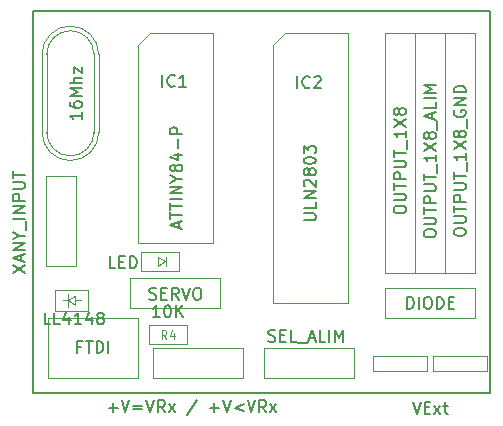
<source format=gbr>
G04 #@! TF.GenerationSoftware,KiCad,Pcbnew,(5.0.2)-1*
G04 #@! TF.CreationDate,2018-12-20T14:21:34+01:00*
G04 #@! TF.ProjectId,MutltiSwitch_Sw8,4d75746c-7469-4537-9769-7463685f5377,0.1*
G04 #@! TF.SameCoordinates,Original*
G04 #@! TF.FileFunction,Other,Fab,Top*
%FSLAX46Y46*%
G04 Gerber Fmt 4.6, Leading zero omitted, Abs format (unit mm)*
G04 Created by KiCad (PCBNEW (5.0.2)-1) date 20/12/2018 14:21:34*
%MOMM*%
%LPD*%
G01*
G04 APERTURE LIST*
%ADD10C,0.200000*%
%ADD11C,0.100000*%
%ADD12C,0.150000*%
%ADD13C,0.105000*%
G04 APERTURE END LIST*
D10*
X133350000Y-88265000D02*
X133350000Y-120650000D01*
X172085000Y-88265000D02*
X172085000Y-120650000D01*
X172085000Y-120650000D02*
X133350000Y-120650000D01*
X172085000Y-88265000D02*
X133350000Y-88265000D01*
D11*
G04 #@! TO.C,P10*
X168275000Y-108585000D02*
X168275000Y-110490000D01*
X168275000Y-110490000D02*
X170815000Y-110490000D01*
X170815000Y-110490000D02*
X170815000Y-108585000D01*
X170815000Y-90170000D02*
X170815000Y-108585000D01*
X168275000Y-108585000D02*
X168275000Y-90170000D01*
X170815000Y-90170000D02*
X168275000Y-90170000D01*
G04 #@! TO.C,P7*
X165735000Y-108585000D02*
X165735000Y-110490000D01*
X165735000Y-110490000D02*
X168275000Y-110490000D01*
X168275000Y-110490000D02*
X168275000Y-108585000D01*
X168275000Y-90170000D02*
X168275000Y-108585000D01*
X165735000Y-108585000D02*
X165735000Y-90170000D01*
X168275000Y-90170000D02*
X165735000Y-90170000D01*
G04 #@! TO.C,IC1*
X143240000Y-90170000D02*
X148590000Y-90170000D01*
X148590000Y-90170000D02*
X148590000Y-107950000D01*
X148590000Y-107950000D02*
X142240000Y-107950000D01*
X142240000Y-107950000D02*
X142240000Y-91170000D01*
X142240000Y-91170000D02*
X143240000Y-90170000D01*
G04 #@! TO.C,P6*
X166751000Y-118745000D02*
X166751000Y-117475000D01*
X166751000Y-117475000D02*
X162179000Y-117475000D01*
X162179000Y-117475000D02*
X162179000Y-118745000D01*
X162179000Y-118745000D02*
X166751000Y-118745000D01*
X171831000Y-118745000D02*
X171831000Y-117475000D01*
X171831000Y-117475000D02*
X167259000Y-117475000D01*
X167259000Y-117475000D02*
X167259000Y-118745000D01*
X167259000Y-118745000D02*
X171831000Y-118745000D01*
G04 #@! TO.C,P5*
X163195000Y-108585000D02*
X163195000Y-110490000D01*
X163195000Y-110490000D02*
X165735000Y-110490000D01*
X165735000Y-110490000D02*
X165735000Y-108585000D01*
X165735000Y-90170000D02*
X165735000Y-108585000D01*
X163195000Y-108585000D02*
X163195000Y-90170000D01*
X165735000Y-90170000D02*
X163195000Y-90170000D01*
G04 #@! TO.C,X1*
X134525000Y-98550000D02*
G75*
G03X136525000Y-100550000I2000000J0D01*
G01*
X136525000Y-100550000D02*
G75*
G03X138525000Y-98550000I0J2000000D01*
G01*
X136525000Y-89950000D02*
G75*
G03X134525000Y-91950000I0J-2000000D01*
G01*
X138525000Y-91950000D02*
G75*
G03X136525000Y-89950000I-2000000J0D01*
G01*
X138525000Y-98650000D02*
X138525000Y-91850000D01*
X134525000Y-98650000D02*
X134525000Y-91850000D01*
X134125000Y-91950000D02*
X134125000Y-98550000D01*
X138925000Y-98550000D02*
X138925000Y-91950000D01*
X134125000Y-98550000D02*
G75*
G03X136525000Y-100950000I2400000J0D01*
G01*
X136525000Y-100950000D02*
G75*
G03X138925000Y-98550000I0J2400000D01*
G01*
X136525000Y-89550000D02*
G75*
G03X134125000Y-91950000I0J-2400000D01*
G01*
X138925000Y-91950000D02*
G75*
G03X136525000Y-89550000I-2400000J0D01*
G01*
G04 #@! TO.C,D1*
X144595000Y-109874000D02*
X144595000Y-109074000D01*
X144545000Y-109474000D02*
X143945000Y-109874000D01*
X143945000Y-109074000D02*
X144545000Y-109474000D01*
X143945000Y-109874000D02*
X143945000Y-109074000D01*
X142545000Y-108674000D02*
X145745000Y-108674000D01*
X142545000Y-110274000D02*
X142545000Y-108674000D01*
X145745000Y-110274000D02*
X142545000Y-110274000D01*
X145745000Y-108674000D02*
X145745000Y-110274000D01*
G04 #@! TO.C,IC2*
X154670000Y-90170000D02*
X160020000Y-90170000D01*
X160020000Y-90170000D02*
X160020000Y-113030000D01*
X160020000Y-113030000D02*
X153670000Y-113030000D01*
X153670000Y-113030000D02*
X153670000Y-91170000D01*
X153670000Y-91170000D02*
X154670000Y-90170000D01*
G04 #@! TO.C,P1*
X143510000Y-119380000D02*
X151130000Y-119380000D01*
X151130000Y-119380000D02*
X151130000Y-116840000D01*
X151130000Y-116840000D02*
X143510000Y-116840000D01*
X143510000Y-116840000D02*
X143510000Y-119380000D01*
G04 #@! TO.C,P2*
X134493000Y-102235000D02*
X134493000Y-109855000D01*
X134493000Y-109855000D02*
X137033000Y-109855000D01*
X137033000Y-109855000D02*
X137033000Y-102235000D01*
X137033000Y-102235000D02*
X134493000Y-102235000D01*
G04 #@! TO.C,P3*
X141605000Y-113411000D02*
X149225000Y-113411000D01*
X149225000Y-113411000D02*
X149225000Y-110871000D01*
X149225000Y-110871000D02*
X141605000Y-110871000D01*
X141605000Y-110871000D02*
X141605000Y-113411000D01*
G04 #@! TO.C,P4*
X163195000Y-114300000D02*
X170815000Y-114300000D01*
X170815000Y-114300000D02*
X170815000Y-111760000D01*
X170815000Y-111760000D02*
X163195000Y-111760000D01*
X163195000Y-111760000D02*
X163195000Y-114300000D01*
G04 #@! TO.C,D3*
X136902000Y-112776000D02*
X137402000Y-112776000D01*
X136902000Y-113176000D02*
X136302000Y-112776000D01*
X136902000Y-112376000D02*
X136902000Y-113176000D01*
X136302000Y-112776000D02*
X136902000Y-112376000D01*
X136302000Y-112776000D02*
X136302000Y-113326000D01*
X136302000Y-112776000D02*
X136302000Y-112226000D01*
X135902000Y-112776000D02*
X136302000Y-112776000D01*
X135252000Y-113676000D02*
X135252000Y-111876000D01*
X138052000Y-113676000D02*
X135252000Y-113676000D01*
X138052000Y-111876000D02*
X138052000Y-113676000D01*
X135252000Y-111876000D02*
X138052000Y-111876000D01*
G04 #@! TO.C,P8*
X152908000Y-119380000D02*
X160528000Y-119380000D01*
X160528000Y-119380000D02*
X160528000Y-116840000D01*
X160528000Y-116840000D02*
X152908000Y-116840000D01*
X152908000Y-116840000D02*
X152908000Y-119380000D01*
G04 #@! TO.C,R4*
X146380000Y-114897000D02*
X146380000Y-116497000D01*
X143180000Y-114897000D02*
X146380000Y-114897000D01*
X143180000Y-116497000D02*
X143180000Y-114897000D01*
X146380000Y-116497000D02*
X143180000Y-116497000D01*
G04 #@! TO.C,P9*
X134620000Y-119380000D02*
X142240000Y-119380000D01*
X142240000Y-119380000D02*
X142240000Y-114300000D01*
X142240000Y-114300000D02*
X134620000Y-114300000D01*
X134620000Y-114300000D02*
X134620000Y-119380000D01*
G04 #@! TD*
G04 #@! TO.C,P10*
D12*
X168997380Y-107084047D02*
X168997380Y-106893571D01*
X169045000Y-106798333D01*
X169140238Y-106703095D01*
X169330714Y-106655476D01*
X169664047Y-106655476D01*
X169854523Y-106703095D01*
X169949761Y-106798333D01*
X169997380Y-106893571D01*
X169997380Y-107084047D01*
X169949761Y-107179285D01*
X169854523Y-107274523D01*
X169664047Y-107322142D01*
X169330714Y-107322142D01*
X169140238Y-107274523D01*
X169045000Y-107179285D01*
X168997380Y-107084047D01*
X168997380Y-106226904D02*
X169806904Y-106226904D01*
X169902142Y-106179285D01*
X169949761Y-106131666D01*
X169997380Y-106036428D01*
X169997380Y-105845952D01*
X169949761Y-105750714D01*
X169902142Y-105703095D01*
X169806904Y-105655476D01*
X168997380Y-105655476D01*
X168997380Y-105322142D02*
X168997380Y-104750714D01*
X169997380Y-105036428D02*
X168997380Y-105036428D01*
X169997380Y-104417380D02*
X168997380Y-104417380D01*
X168997380Y-104036428D01*
X169045000Y-103941190D01*
X169092619Y-103893571D01*
X169187857Y-103845952D01*
X169330714Y-103845952D01*
X169425952Y-103893571D01*
X169473571Y-103941190D01*
X169521190Y-104036428D01*
X169521190Y-104417380D01*
X168997380Y-103417380D02*
X169806904Y-103417380D01*
X169902142Y-103369761D01*
X169949761Y-103322142D01*
X169997380Y-103226904D01*
X169997380Y-103036428D01*
X169949761Y-102941190D01*
X169902142Y-102893571D01*
X169806904Y-102845952D01*
X168997380Y-102845952D01*
X168997380Y-102512619D02*
X168997380Y-101941190D01*
X169997380Y-102226904D02*
X168997380Y-102226904D01*
X170092619Y-101845952D02*
X170092619Y-101084047D01*
X169997380Y-100322142D02*
X169997380Y-100893571D01*
X169997380Y-100607857D02*
X168997380Y-100607857D01*
X169140238Y-100703095D01*
X169235476Y-100798333D01*
X169283095Y-100893571D01*
X168997380Y-99988809D02*
X169997380Y-99322142D01*
X168997380Y-99322142D02*
X169997380Y-99988809D01*
X169425952Y-98798333D02*
X169378333Y-98893571D01*
X169330714Y-98941190D01*
X169235476Y-98988809D01*
X169187857Y-98988809D01*
X169092619Y-98941190D01*
X169045000Y-98893571D01*
X168997380Y-98798333D01*
X168997380Y-98607857D01*
X169045000Y-98512619D01*
X169092619Y-98465000D01*
X169187857Y-98417380D01*
X169235476Y-98417380D01*
X169330714Y-98465000D01*
X169378333Y-98512619D01*
X169425952Y-98607857D01*
X169425952Y-98798333D01*
X169473571Y-98893571D01*
X169521190Y-98941190D01*
X169616428Y-98988809D01*
X169806904Y-98988809D01*
X169902142Y-98941190D01*
X169949761Y-98893571D01*
X169997380Y-98798333D01*
X169997380Y-98607857D01*
X169949761Y-98512619D01*
X169902142Y-98465000D01*
X169806904Y-98417380D01*
X169616428Y-98417380D01*
X169521190Y-98465000D01*
X169473571Y-98512619D01*
X169425952Y-98607857D01*
X170092619Y-98226904D02*
X170092619Y-97465000D01*
X169045000Y-96703095D02*
X168997380Y-96798333D01*
X168997380Y-96941190D01*
X169045000Y-97084047D01*
X169140238Y-97179285D01*
X169235476Y-97226904D01*
X169425952Y-97274523D01*
X169568809Y-97274523D01*
X169759285Y-97226904D01*
X169854523Y-97179285D01*
X169949761Y-97084047D01*
X169997380Y-96941190D01*
X169997380Y-96845952D01*
X169949761Y-96703095D01*
X169902142Y-96655476D01*
X169568809Y-96655476D01*
X169568809Y-96845952D01*
X169997380Y-96226904D02*
X168997380Y-96226904D01*
X169997380Y-95655476D01*
X168997380Y-95655476D01*
X169997380Y-95179285D02*
X168997380Y-95179285D01*
X168997380Y-94941190D01*
X169045000Y-94798333D01*
X169140238Y-94703095D01*
X169235476Y-94655476D01*
X169425952Y-94607857D01*
X169568809Y-94607857D01*
X169759285Y-94655476D01*
X169854523Y-94703095D01*
X169949761Y-94798333D01*
X169997380Y-94941190D01*
X169997380Y-95179285D01*
G04 #@! TO.C,P7*
X166457380Y-107203095D02*
X166457380Y-107012619D01*
X166505000Y-106917380D01*
X166600238Y-106822142D01*
X166790714Y-106774523D01*
X167124047Y-106774523D01*
X167314523Y-106822142D01*
X167409761Y-106917380D01*
X167457380Y-107012619D01*
X167457380Y-107203095D01*
X167409761Y-107298333D01*
X167314523Y-107393571D01*
X167124047Y-107441190D01*
X166790714Y-107441190D01*
X166600238Y-107393571D01*
X166505000Y-107298333D01*
X166457380Y-107203095D01*
X166457380Y-106345952D02*
X167266904Y-106345952D01*
X167362142Y-106298333D01*
X167409761Y-106250714D01*
X167457380Y-106155476D01*
X167457380Y-105965000D01*
X167409761Y-105869761D01*
X167362142Y-105822142D01*
X167266904Y-105774523D01*
X166457380Y-105774523D01*
X166457380Y-105441190D02*
X166457380Y-104869761D01*
X167457380Y-105155476D02*
X166457380Y-105155476D01*
X167457380Y-104536428D02*
X166457380Y-104536428D01*
X166457380Y-104155476D01*
X166505000Y-104060238D01*
X166552619Y-104012619D01*
X166647857Y-103965000D01*
X166790714Y-103965000D01*
X166885952Y-104012619D01*
X166933571Y-104060238D01*
X166981190Y-104155476D01*
X166981190Y-104536428D01*
X166457380Y-103536428D02*
X167266904Y-103536428D01*
X167362142Y-103488809D01*
X167409761Y-103441190D01*
X167457380Y-103345952D01*
X167457380Y-103155476D01*
X167409761Y-103060238D01*
X167362142Y-103012619D01*
X167266904Y-102965000D01*
X166457380Y-102965000D01*
X166457380Y-102631666D02*
X166457380Y-102060238D01*
X167457380Y-102345952D02*
X166457380Y-102345952D01*
X167552619Y-101965000D02*
X167552619Y-101203095D01*
X167457380Y-100441190D02*
X167457380Y-101012619D01*
X167457380Y-100726904D02*
X166457380Y-100726904D01*
X166600238Y-100822142D01*
X166695476Y-100917380D01*
X166743095Y-101012619D01*
X166457380Y-100107857D02*
X167457380Y-99441190D01*
X166457380Y-99441190D02*
X167457380Y-100107857D01*
X166885952Y-98917380D02*
X166838333Y-99012619D01*
X166790714Y-99060238D01*
X166695476Y-99107857D01*
X166647857Y-99107857D01*
X166552619Y-99060238D01*
X166505000Y-99012619D01*
X166457380Y-98917380D01*
X166457380Y-98726904D01*
X166505000Y-98631666D01*
X166552619Y-98584047D01*
X166647857Y-98536428D01*
X166695476Y-98536428D01*
X166790714Y-98584047D01*
X166838333Y-98631666D01*
X166885952Y-98726904D01*
X166885952Y-98917380D01*
X166933571Y-99012619D01*
X166981190Y-99060238D01*
X167076428Y-99107857D01*
X167266904Y-99107857D01*
X167362142Y-99060238D01*
X167409761Y-99012619D01*
X167457380Y-98917380D01*
X167457380Y-98726904D01*
X167409761Y-98631666D01*
X167362142Y-98584047D01*
X167266904Y-98536428D01*
X167076428Y-98536428D01*
X166981190Y-98584047D01*
X166933571Y-98631666D01*
X166885952Y-98726904D01*
X167552619Y-98345952D02*
X167552619Y-97584047D01*
X167171666Y-97393571D02*
X167171666Y-96917380D01*
X167457380Y-97488809D02*
X166457380Y-97155476D01*
X167457380Y-96822142D01*
X167457380Y-96012619D02*
X167457380Y-96488809D01*
X166457380Y-96488809D01*
X167457380Y-95679285D02*
X166457380Y-95679285D01*
X167457380Y-95203095D02*
X166457380Y-95203095D01*
X167171666Y-94869761D01*
X166457380Y-94536428D01*
X167457380Y-94536428D01*
G04 #@! TO.C,IC1*
X145708666Y-106623904D02*
X145708666Y-106147714D01*
X145994380Y-106719142D02*
X144994380Y-106385809D01*
X145994380Y-106052476D01*
X144994380Y-105862000D02*
X144994380Y-105290571D01*
X145994380Y-105576285D02*
X144994380Y-105576285D01*
X144994380Y-105100095D02*
X144994380Y-104528666D01*
X145994380Y-104814380D02*
X144994380Y-104814380D01*
X145994380Y-104195333D02*
X144994380Y-104195333D01*
X145994380Y-103719142D02*
X144994380Y-103719142D01*
X145994380Y-103147714D01*
X144994380Y-103147714D01*
X145518190Y-102481047D02*
X145994380Y-102481047D01*
X144994380Y-102814380D02*
X145518190Y-102481047D01*
X144994380Y-102147714D01*
X145422952Y-101671523D02*
X145375333Y-101766761D01*
X145327714Y-101814380D01*
X145232476Y-101862000D01*
X145184857Y-101862000D01*
X145089619Y-101814380D01*
X145042000Y-101766761D01*
X144994380Y-101671523D01*
X144994380Y-101481047D01*
X145042000Y-101385809D01*
X145089619Y-101338190D01*
X145184857Y-101290571D01*
X145232476Y-101290571D01*
X145327714Y-101338190D01*
X145375333Y-101385809D01*
X145422952Y-101481047D01*
X145422952Y-101671523D01*
X145470571Y-101766761D01*
X145518190Y-101814380D01*
X145613428Y-101862000D01*
X145803904Y-101862000D01*
X145899142Y-101814380D01*
X145946761Y-101766761D01*
X145994380Y-101671523D01*
X145994380Y-101481047D01*
X145946761Y-101385809D01*
X145899142Y-101338190D01*
X145803904Y-101290571D01*
X145613428Y-101290571D01*
X145518190Y-101338190D01*
X145470571Y-101385809D01*
X145422952Y-101481047D01*
X145327714Y-100433428D02*
X145994380Y-100433428D01*
X144946761Y-100671523D02*
X145661047Y-100909619D01*
X145661047Y-100290571D01*
X145613428Y-99909619D02*
X145613428Y-99147714D01*
X145994380Y-98671523D02*
X144994380Y-98671523D01*
X144994380Y-98290571D01*
X145042000Y-98195333D01*
X145089619Y-98147714D01*
X145184857Y-98100095D01*
X145327714Y-98100095D01*
X145422952Y-98147714D01*
X145470571Y-98195333D01*
X145518190Y-98290571D01*
X145518190Y-98671523D01*
X144311809Y-94686380D02*
X144311809Y-93686380D01*
X145359428Y-94591142D02*
X145311809Y-94638761D01*
X145168952Y-94686380D01*
X145073714Y-94686380D01*
X144930857Y-94638761D01*
X144835619Y-94543523D01*
X144788000Y-94448285D01*
X144740380Y-94257809D01*
X144740380Y-94114952D01*
X144788000Y-93924476D01*
X144835619Y-93829238D01*
X144930857Y-93734000D01*
X145073714Y-93686380D01*
X145168952Y-93686380D01*
X145311809Y-93734000D01*
X145359428Y-93781619D01*
X146311809Y-94686380D02*
X145740380Y-94686380D01*
X146026095Y-94686380D02*
X146026095Y-93686380D01*
X145930857Y-93829238D01*
X145835619Y-93924476D01*
X145740380Y-93972095D01*
G04 #@! TO.C,P6*
X165528809Y-121372380D02*
X165862142Y-122372380D01*
X166195476Y-121372380D01*
X166528809Y-121848571D02*
X166862142Y-121848571D01*
X167005000Y-122372380D02*
X166528809Y-122372380D01*
X166528809Y-121372380D01*
X167005000Y-121372380D01*
X167338333Y-122372380D02*
X167862142Y-121705714D01*
X167338333Y-121705714D02*
X167862142Y-122372380D01*
X168100238Y-121705714D02*
X168481190Y-121705714D01*
X168243095Y-121372380D02*
X168243095Y-122229523D01*
X168290714Y-122324761D01*
X168385952Y-122372380D01*
X168481190Y-122372380D01*
G04 #@! TO.C,P5*
X163917380Y-105179285D02*
X163917380Y-104988809D01*
X163965000Y-104893571D01*
X164060238Y-104798333D01*
X164250714Y-104750714D01*
X164584047Y-104750714D01*
X164774523Y-104798333D01*
X164869761Y-104893571D01*
X164917380Y-104988809D01*
X164917380Y-105179285D01*
X164869761Y-105274523D01*
X164774523Y-105369761D01*
X164584047Y-105417380D01*
X164250714Y-105417380D01*
X164060238Y-105369761D01*
X163965000Y-105274523D01*
X163917380Y-105179285D01*
X163917380Y-104322142D02*
X164726904Y-104322142D01*
X164822142Y-104274523D01*
X164869761Y-104226904D01*
X164917380Y-104131666D01*
X164917380Y-103941190D01*
X164869761Y-103845952D01*
X164822142Y-103798333D01*
X164726904Y-103750714D01*
X163917380Y-103750714D01*
X163917380Y-103417380D02*
X163917380Y-102845952D01*
X164917380Y-103131666D02*
X163917380Y-103131666D01*
X164917380Y-102512619D02*
X163917380Y-102512619D01*
X163917380Y-102131666D01*
X163965000Y-102036428D01*
X164012619Y-101988809D01*
X164107857Y-101941190D01*
X164250714Y-101941190D01*
X164345952Y-101988809D01*
X164393571Y-102036428D01*
X164441190Y-102131666D01*
X164441190Y-102512619D01*
X163917380Y-101512619D02*
X164726904Y-101512619D01*
X164822142Y-101465000D01*
X164869761Y-101417380D01*
X164917380Y-101322142D01*
X164917380Y-101131666D01*
X164869761Y-101036428D01*
X164822142Y-100988809D01*
X164726904Y-100941190D01*
X163917380Y-100941190D01*
X163917380Y-100607857D02*
X163917380Y-100036428D01*
X164917380Y-100322142D02*
X163917380Y-100322142D01*
X165012619Y-99941190D02*
X165012619Y-99179285D01*
X164917380Y-98417380D02*
X164917380Y-98988809D01*
X164917380Y-98703095D02*
X163917380Y-98703095D01*
X164060238Y-98798333D01*
X164155476Y-98893571D01*
X164203095Y-98988809D01*
X163917380Y-98084047D02*
X164917380Y-97417380D01*
X163917380Y-97417380D02*
X164917380Y-98084047D01*
X164345952Y-96893571D02*
X164298333Y-96988809D01*
X164250714Y-97036428D01*
X164155476Y-97084047D01*
X164107857Y-97084047D01*
X164012619Y-97036428D01*
X163965000Y-96988809D01*
X163917380Y-96893571D01*
X163917380Y-96703095D01*
X163965000Y-96607857D01*
X164012619Y-96560238D01*
X164107857Y-96512619D01*
X164155476Y-96512619D01*
X164250714Y-96560238D01*
X164298333Y-96607857D01*
X164345952Y-96703095D01*
X164345952Y-96893571D01*
X164393571Y-96988809D01*
X164441190Y-97036428D01*
X164536428Y-97084047D01*
X164726904Y-97084047D01*
X164822142Y-97036428D01*
X164869761Y-96988809D01*
X164917380Y-96893571D01*
X164917380Y-96703095D01*
X164869761Y-96607857D01*
X164822142Y-96560238D01*
X164726904Y-96512619D01*
X164536428Y-96512619D01*
X164441190Y-96560238D01*
X164393571Y-96607857D01*
X164345952Y-96703095D01*
G04 #@! TO.C,X1*
X137477380Y-96869047D02*
X137477380Y-97440476D01*
X137477380Y-97154761D02*
X136477380Y-97154761D01*
X136620238Y-97250000D01*
X136715476Y-97345238D01*
X136763095Y-97440476D01*
X136477380Y-96011904D02*
X136477380Y-96202380D01*
X136525000Y-96297619D01*
X136572619Y-96345238D01*
X136715476Y-96440476D01*
X136905952Y-96488095D01*
X137286904Y-96488095D01*
X137382142Y-96440476D01*
X137429761Y-96392857D01*
X137477380Y-96297619D01*
X137477380Y-96107142D01*
X137429761Y-96011904D01*
X137382142Y-95964285D01*
X137286904Y-95916666D01*
X137048809Y-95916666D01*
X136953571Y-95964285D01*
X136905952Y-96011904D01*
X136858333Y-96107142D01*
X136858333Y-96297619D01*
X136905952Y-96392857D01*
X136953571Y-96440476D01*
X137048809Y-96488095D01*
X137477380Y-95488095D02*
X136477380Y-95488095D01*
X137191666Y-95154761D01*
X136477380Y-94821428D01*
X137477380Y-94821428D01*
X137477380Y-94345238D02*
X136477380Y-94345238D01*
X137477380Y-93916666D02*
X136953571Y-93916666D01*
X136858333Y-93964285D01*
X136810714Y-94059523D01*
X136810714Y-94202380D01*
X136858333Y-94297619D01*
X136905952Y-94345238D01*
X136810714Y-93535714D02*
X136810714Y-93011904D01*
X137477380Y-93535714D01*
X137477380Y-93011904D01*
G04 #@! TO.C,D1*
X140327142Y-110053380D02*
X139850952Y-110053380D01*
X139850952Y-109053380D01*
X140660476Y-109529571D02*
X140993809Y-109529571D01*
X141136666Y-110053380D02*
X140660476Y-110053380D01*
X140660476Y-109053380D01*
X141136666Y-109053380D01*
X141565238Y-110053380D02*
X141565238Y-109053380D01*
X141803333Y-109053380D01*
X141946190Y-109101000D01*
X142041428Y-109196238D01*
X142089047Y-109291476D01*
X142136666Y-109481952D01*
X142136666Y-109624809D01*
X142089047Y-109815285D01*
X142041428Y-109910523D01*
X141946190Y-110005761D01*
X141803333Y-110053380D01*
X141565238Y-110053380D01*
G04 #@! TO.C,IC2*
X156297380Y-105989047D02*
X157106904Y-105989047D01*
X157202142Y-105941428D01*
X157249761Y-105893809D01*
X157297380Y-105798571D01*
X157297380Y-105608095D01*
X157249761Y-105512857D01*
X157202142Y-105465238D01*
X157106904Y-105417619D01*
X156297380Y-105417619D01*
X157297380Y-104465238D02*
X157297380Y-104941428D01*
X156297380Y-104941428D01*
X157297380Y-104131904D02*
X156297380Y-104131904D01*
X157297380Y-103560476D01*
X156297380Y-103560476D01*
X156392619Y-103131904D02*
X156345000Y-103084285D01*
X156297380Y-102989047D01*
X156297380Y-102750952D01*
X156345000Y-102655714D01*
X156392619Y-102608095D01*
X156487857Y-102560476D01*
X156583095Y-102560476D01*
X156725952Y-102608095D01*
X157297380Y-103179523D01*
X157297380Y-102560476D01*
X156725952Y-101989047D02*
X156678333Y-102084285D01*
X156630714Y-102131904D01*
X156535476Y-102179523D01*
X156487857Y-102179523D01*
X156392619Y-102131904D01*
X156345000Y-102084285D01*
X156297380Y-101989047D01*
X156297380Y-101798571D01*
X156345000Y-101703333D01*
X156392619Y-101655714D01*
X156487857Y-101608095D01*
X156535476Y-101608095D01*
X156630714Y-101655714D01*
X156678333Y-101703333D01*
X156725952Y-101798571D01*
X156725952Y-101989047D01*
X156773571Y-102084285D01*
X156821190Y-102131904D01*
X156916428Y-102179523D01*
X157106904Y-102179523D01*
X157202142Y-102131904D01*
X157249761Y-102084285D01*
X157297380Y-101989047D01*
X157297380Y-101798571D01*
X157249761Y-101703333D01*
X157202142Y-101655714D01*
X157106904Y-101608095D01*
X156916428Y-101608095D01*
X156821190Y-101655714D01*
X156773571Y-101703333D01*
X156725952Y-101798571D01*
X156297380Y-100989047D02*
X156297380Y-100893809D01*
X156345000Y-100798571D01*
X156392619Y-100750952D01*
X156487857Y-100703333D01*
X156678333Y-100655714D01*
X156916428Y-100655714D01*
X157106904Y-100703333D01*
X157202142Y-100750952D01*
X157249761Y-100798571D01*
X157297380Y-100893809D01*
X157297380Y-100989047D01*
X157249761Y-101084285D01*
X157202142Y-101131904D01*
X157106904Y-101179523D01*
X156916428Y-101227142D01*
X156678333Y-101227142D01*
X156487857Y-101179523D01*
X156392619Y-101131904D01*
X156345000Y-101084285D01*
X156297380Y-100989047D01*
X156297380Y-100322380D02*
X156297380Y-99703333D01*
X156678333Y-100036666D01*
X156678333Y-99893809D01*
X156725952Y-99798571D01*
X156773571Y-99750952D01*
X156868809Y-99703333D01*
X157106904Y-99703333D01*
X157202142Y-99750952D01*
X157249761Y-99798571D01*
X157297380Y-99893809D01*
X157297380Y-100179523D01*
X157249761Y-100274761D01*
X157202142Y-100322380D01*
X155741809Y-94813380D02*
X155741809Y-93813380D01*
X156789428Y-94718142D02*
X156741809Y-94765761D01*
X156598952Y-94813380D01*
X156503714Y-94813380D01*
X156360857Y-94765761D01*
X156265619Y-94670523D01*
X156218000Y-94575285D01*
X156170380Y-94384809D01*
X156170380Y-94241952D01*
X156218000Y-94051476D01*
X156265619Y-93956238D01*
X156360857Y-93861000D01*
X156503714Y-93813380D01*
X156598952Y-93813380D01*
X156741809Y-93861000D01*
X156789428Y-93908619D01*
X157170380Y-93908619D02*
X157218000Y-93861000D01*
X157313238Y-93813380D01*
X157551333Y-93813380D01*
X157646571Y-93861000D01*
X157694190Y-93908619D01*
X157741809Y-94003857D01*
X157741809Y-94099095D01*
X157694190Y-94241952D01*
X157122761Y-94813380D01*
X157741809Y-94813380D01*
G04 #@! TO.C,P1*
X139764380Y-121864428D02*
X140526285Y-121864428D01*
X140145333Y-122245380D02*
X140145333Y-121483476D01*
X140859619Y-121245380D02*
X141192952Y-122245380D01*
X141526285Y-121245380D01*
X141859619Y-121721571D02*
X142621523Y-121721571D01*
X142621523Y-122007285D02*
X141859619Y-122007285D01*
X142954857Y-121245380D02*
X143288190Y-122245380D01*
X143621523Y-121245380D01*
X144526285Y-122245380D02*
X144192952Y-121769190D01*
X143954857Y-122245380D02*
X143954857Y-121245380D01*
X144335809Y-121245380D01*
X144431047Y-121293000D01*
X144478666Y-121340619D01*
X144526285Y-121435857D01*
X144526285Y-121578714D01*
X144478666Y-121673952D01*
X144431047Y-121721571D01*
X144335809Y-121769190D01*
X143954857Y-121769190D01*
X144859619Y-122245380D02*
X145383428Y-121578714D01*
X144859619Y-121578714D02*
X145383428Y-122245380D01*
X147240571Y-121197761D02*
X146383428Y-122483476D01*
X148335809Y-121864428D02*
X149097714Y-121864428D01*
X148716761Y-122245380D02*
X148716761Y-121483476D01*
X149431047Y-121245380D02*
X149764380Y-122245380D01*
X150097714Y-121245380D01*
X151192952Y-121578714D02*
X150431047Y-121864428D01*
X151192952Y-122150142D01*
X151526285Y-121245380D02*
X151859619Y-122245380D01*
X152192952Y-121245380D01*
X153097714Y-122245380D02*
X152764380Y-121769190D01*
X152526285Y-122245380D02*
X152526285Y-121245380D01*
X152907238Y-121245380D01*
X153002476Y-121293000D01*
X153050095Y-121340619D01*
X153097714Y-121435857D01*
X153097714Y-121578714D01*
X153050095Y-121673952D01*
X153002476Y-121721571D01*
X152907238Y-121769190D01*
X152526285Y-121769190D01*
X153431047Y-122245380D02*
X153954857Y-121578714D01*
X153431047Y-121578714D02*
X153954857Y-122245380D01*
G04 #@! TO.C,P2*
X131659380Y-110433904D02*
X132659380Y-109767238D01*
X131659380Y-109767238D02*
X132659380Y-110433904D01*
X132373666Y-109433904D02*
X132373666Y-108957714D01*
X132659380Y-109529142D02*
X131659380Y-109195809D01*
X132659380Y-108862476D01*
X132659380Y-108529142D02*
X131659380Y-108529142D01*
X132659380Y-107957714D01*
X131659380Y-107957714D01*
X132183190Y-107291047D02*
X132659380Y-107291047D01*
X131659380Y-107624380D02*
X132183190Y-107291047D01*
X131659380Y-106957714D01*
X132754619Y-106862476D02*
X132754619Y-106100571D01*
X132659380Y-105862476D02*
X131659380Y-105862476D01*
X132659380Y-105386285D02*
X131659380Y-105386285D01*
X132659380Y-104814857D01*
X131659380Y-104814857D01*
X132659380Y-104338666D02*
X131659380Y-104338666D01*
X131659380Y-103957714D01*
X131707000Y-103862476D01*
X131754619Y-103814857D01*
X131849857Y-103767238D01*
X131992714Y-103767238D01*
X132087952Y-103814857D01*
X132135571Y-103862476D01*
X132183190Y-103957714D01*
X132183190Y-104338666D01*
X131659380Y-103338666D02*
X132468904Y-103338666D01*
X132564142Y-103291047D01*
X132611761Y-103243428D01*
X132659380Y-103148190D01*
X132659380Y-102957714D01*
X132611761Y-102862476D01*
X132564142Y-102814857D01*
X132468904Y-102767238D01*
X131659380Y-102767238D01*
X131659380Y-102433904D02*
X131659380Y-101862476D01*
X132659380Y-102148190D02*
X131659380Y-102148190D01*
G04 #@! TO.C,P3*
X143224523Y-112672761D02*
X143367380Y-112720380D01*
X143605476Y-112720380D01*
X143700714Y-112672761D01*
X143748333Y-112625142D01*
X143795952Y-112529904D01*
X143795952Y-112434666D01*
X143748333Y-112339428D01*
X143700714Y-112291809D01*
X143605476Y-112244190D01*
X143415000Y-112196571D01*
X143319761Y-112148952D01*
X143272142Y-112101333D01*
X143224523Y-112006095D01*
X143224523Y-111910857D01*
X143272142Y-111815619D01*
X143319761Y-111768000D01*
X143415000Y-111720380D01*
X143653095Y-111720380D01*
X143795952Y-111768000D01*
X144224523Y-112196571D02*
X144557857Y-112196571D01*
X144700714Y-112720380D02*
X144224523Y-112720380D01*
X144224523Y-111720380D01*
X144700714Y-111720380D01*
X145700714Y-112720380D02*
X145367380Y-112244190D01*
X145129285Y-112720380D02*
X145129285Y-111720380D01*
X145510238Y-111720380D01*
X145605476Y-111768000D01*
X145653095Y-111815619D01*
X145700714Y-111910857D01*
X145700714Y-112053714D01*
X145653095Y-112148952D01*
X145605476Y-112196571D01*
X145510238Y-112244190D01*
X145129285Y-112244190D01*
X145986428Y-111720380D02*
X146319761Y-112720380D01*
X146653095Y-111720380D01*
X147176904Y-111720380D02*
X147367380Y-111720380D01*
X147462619Y-111768000D01*
X147557857Y-111863238D01*
X147605476Y-112053714D01*
X147605476Y-112387047D01*
X147557857Y-112577523D01*
X147462619Y-112672761D01*
X147367380Y-112720380D01*
X147176904Y-112720380D01*
X147081666Y-112672761D01*
X146986428Y-112577523D01*
X146938809Y-112387047D01*
X146938809Y-112053714D01*
X146986428Y-111863238D01*
X147081666Y-111768000D01*
X147176904Y-111720380D01*
G04 #@! TO.C,P4*
X165028809Y-113482380D02*
X165028809Y-112482380D01*
X165266904Y-112482380D01*
X165409761Y-112530000D01*
X165505000Y-112625238D01*
X165552619Y-112720476D01*
X165600238Y-112910952D01*
X165600238Y-113053809D01*
X165552619Y-113244285D01*
X165505000Y-113339523D01*
X165409761Y-113434761D01*
X165266904Y-113482380D01*
X165028809Y-113482380D01*
X166028809Y-113482380D02*
X166028809Y-112482380D01*
X166695476Y-112482380D02*
X166885952Y-112482380D01*
X166981190Y-112530000D01*
X167076428Y-112625238D01*
X167124047Y-112815714D01*
X167124047Y-113149047D01*
X167076428Y-113339523D01*
X166981190Y-113434761D01*
X166885952Y-113482380D01*
X166695476Y-113482380D01*
X166600238Y-113434761D01*
X166505000Y-113339523D01*
X166457380Y-113149047D01*
X166457380Y-112815714D01*
X166505000Y-112625238D01*
X166600238Y-112530000D01*
X166695476Y-112482380D01*
X167552619Y-113482380D02*
X167552619Y-112482380D01*
X167790714Y-112482380D01*
X167933571Y-112530000D01*
X168028809Y-112625238D01*
X168076428Y-112720476D01*
X168124047Y-112910952D01*
X168124047Y-113053809D01*
X168076428Y-113244285D01*
X168028809Y-113339523D01*
X167933571Y-113434761D01*
X167790714Y-113482380D01*
X167552619Y-113482380D01*
X168552619Y-112958571D02*
X168885952Y-112958571D01*
X169028809Y-113482380D02*
X168552619Y-113482380D01*
X168552619Y-112482380D01*
X169028809Y-112482380D01*
G04 #@! TO.C,D3*
X134841500Y-114815880D02*
X134365309Y-114815880D01*
X134365309Y-113815880D01*
X135651023Y-114815880D02*
X135174833Y-114815880D01*
X135174833Y-113815880D01*
X136412928Y-114149214D02*
X136412928Y-114815880D01*
X136174833Y-113768261D02*
X135936738Y-114482547D01*
X136555785Y-114482547D01*
X137460547Y-114815880D02*
X136889119Y-114815880D01*
X137174833Y-114815880D02*
X137174833Y-113815880D01*
X137079595Y-113958738D01*
X136984357Y-114053976D01*
X136889119Y-114101595D01*
X138317690Y-114149214D02*
X138317690Y-114815880D01*
X138079595Y-113768261D02*
X137841500Y-114482547D01*
X138460547Y-114482547D01*
X138984357Y-114244452D02*
X138889119Y-114196833D01*
X138841500Y-114149214D01*
X138793880Y-114053976D01*
X138793880Y-114006357D01*
X138841500Y-113911119D01*
X138889119Y-113863500D01*
X138984357Y-113815880D01*
X139174833Y-113815880D01*
X139270071Y-113863500D01*
X139317690Y-113911119D01*
X139365309Y-114006357D01*
X139365309Y-114053976D01*
X139317690Y-114149214D01*
X139270071Y-114196833D01*
X139174833Y-114244452D01*
X138984357Y-114244452D01*
X138889119Y-114292071D01*
X138841500Y-114339690D01*
X138793880Y-114434928D01*
X138793880Y-114625404D01*
X138841500Y-114720642D01*
X138889119Y-114768261D01*
X138984357Y-114815880D01*
X139174833Y-114815880D01*
X139270071Y-114768261D01*
X139317690Y-114720642D01*
X139365309Y-114625404D01*
X139365309Y-114434928D01*
X139317690Y-114339690D01*
X139270071Y-114292071D01*
X139174833Y-114244452D01*
G04 #@! TO.C,P8*
X153297333Y-116228761D02*
X153440190Y-116276380D01*
X153678285Y-116276380D01*
X153773523Y-116228761D01*
X153821142Y-116181142D01*
X153868761Y-116085904D01*
X153868761Y-115990666D01*
X153821142Y-115895428D01*
X153773523Y-115847809D01*
X153678285Y-115800190D01*
X153487809Y-115752571D01*
X153392571Y-115704952D01*
X153344952Y-115657333D01*
X153297333Y-115562095D01*
X153297333Y-115466857D01*
X153344952Y-115371619D01*
X153392571Y-115324000D01*
X153487809Y-115276380D01*
X153725904Y-115276380D01*
X153868761Y-115324000D01*
X154297333Y-115752571D02*
X154630666Y-115752571D01*
X154773523Y-116276380D02*
X154297333Y-116276380D01*
X154297333Y-115276380D01*
X154773523Y-115276380D01*
X155678285Y-116276380D02*
X155202095Y-116276380D01*
X155202095Y-115276380D01*
X155773523Y-116371619D02*
X156535428Y-116371619D01*
X156725904Y-115990666D02*
X157202095Y-115990666D01*
X156630666Y-116276380D02*
X156964000Y-115276380D01*
X157297333Y-116276380D01*
X158106857Y-116276380D02*
X157630666Y-116276380D01*
X157630666Y-115276380D01*
X158440190Y-116276380D02*
X158440190Y-115276380D01*
X158916380Y-116276380D02*
X158916380Y-115276380D01*
X159249714Y-115990666D01*
X159583047Y-115276380D01*
X159583047Y-116276380D01*
G04 #@! TO.C,R4*
X144089523Y-114199380D02*
X143518095Y-114199380D01*
X143803809Y-114199380D02*
X143803809Y-113199380D01*
X143708571Y-113342238D01*
X143613333Y-113437476D01*
X143518095Y-113485095D01*
X144708571Y-113199380D02*
X144803809Y-113199380D01*
X144899047Y-113247000D01*
X144946666Y-113294619D01*
X144994285Y-113389857D01*
X145041904Y-113580333D01*
X145041904Y-113818428D01*
X144994285Y-114008904D01*
X144946666Y-114104142D01*
X144899047Y-114151761D01*
X144803809Y-114199380D01*
X144708571Y-114199380D01*
X144613333Y-114151761D01*
X144565714Y-114104142D01*
X144518095Y-114008904D01*
X144470476Y-113818428D01*
X144470476Y-113580333D01*
X144518095Y-113389857D01*
X144565714Y-113294619D01*
X144613333Y-113247000D01*
X144708571Y-113199380D01*
X145470476Y-114199380D02*
X145470476Y-113199380D01*
X146041904Y-114199380D02*
X145613333Y-113627952D01*
X146041904Y-113199380D02*
X145470476Y-113770809D01*
D13*
X144663333Y-116013666D02*
X144430000Y-115680333D01*
X144263333Y-116013666D02*
X144263333Y-115313666D01*
X144530000Y-115313666D01*
X144596666Y-115347000D01*
X144630000Y-115380333D01*
X144663333Y-115447000D01*
X144663333Y-115547000D01*
X144630000Y-115613666D01*
X144596666Y-115647000D01*
X144530000Y-115680333D01*
X144263333Y-115680333D01*
X145263333Y-115547000D02*
X145263333Y-116013666D01*
X145096666Y-115280333D02*
X144930000Y-115780333D01*
X145363333Y-115780333D01*
G04 #@! TO.C,P9*
D12*
X137453809Y-116705071D02*
X137120476Y-116705071D01*
X137120476Y-117228880D02*
X137120476Y-116228880D01*
X137596666Y-116228880D01*
X137834761Y-116228880D02*
X138406190Y-116228880D01*
X138120476Y-117228880D02*
X138120476Y-116228880D01*
X138739523Y-117228880D02*
X138739523Y-116228880D01*
X138977619Y-116228880D01*
X139120476Y-116276500D01*
X139215714Y-116371738D01*
X139263333Y-116466976D01*
X139310952Y-116657452D01*
X139310952Y-116800309D01*
X139263333Y-116990785D01*
X139215714Y-117086023D01*
X139120476Y-117181261D01*
X138977619Y-117228880D01*
X138739523Y-117228880D01*
X139739523Y-117228880D02*
X139739523Y-116228880D01*
G04 #@! TD*
M02*

</source>
